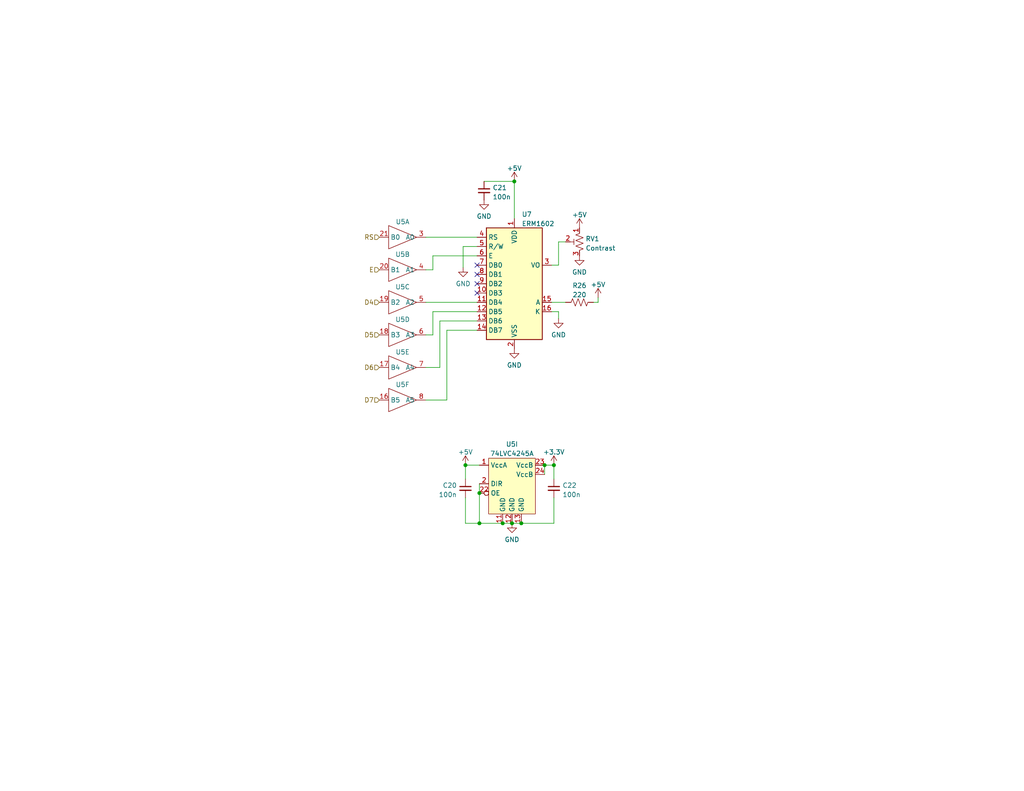
<source format=kicad_sch>
(kicad_sch (version 20211123) (generator eeschema)
  (paper "USLetter")
  (title_block (title "LCD") (rev "1") (comment 2 "July 2022") (comment 3 "Daniel Van Dalsem") (comment 4 "UCSB IEEE"))
  (lib_symbols
    (symbol "Custom_Symbols:74LVC4245A"
      (property "Reference" "U" (at 5.715 -9.525 0))
      (property "Value" "74LVC4245A" (at 0 8.255 0))
      (symbol "74LVC4245A_1_1"
        (polyline (pts (xy 0 3.175) (xy 0 -3.175) (xy 7.62 0) (xy 0 3.175)))
        (pin input line (at -2.54 0 0) (length 2.54) (name "B0") (number "21"))
        (pin output line (at 10.16 0 180) (length 2.54) (name "A0") (number "3"))
      )
      (symbol "74LVC4245A_2_1"
        (polyline (pts (xy 0 3.175) (xy 0 -3.175) (xy 7.62 0) (xy 0 3.175)))
        (pin input line (at -2.54 0 0) (length 2.54) (name "B1") (number "20"))
        (pin output line (at 10.16 0 180) (length 2.54) (name "A1") (number "4"))
      )
      (symbol "74LVC4245A_3_1"
        (polyline (pts (xy 0 3.175) (xy 0 -3.175) (xy 7.62 0) (xy 0 3.175)))
        (pin input line (at -2.54 0 0) (length 2.54) (name "B2") (number "19"))
        (pin output line (at 10.16 0 180) (length 2.54) (name "A2") (number "5"))
      )
      (symbol "74LVC4245A_4_1"
        (polyline (pts (xy 0 3.175) (xy 0 -3.175) (xy 7.62 0) (xy 0 3.175)))
        (pin input line (at -2.54 0 0) (length 2.54) (name "B3") (number "18"))
        (pin output line (at 10.16 0 180) (length 2.54) (name "A3") (number "6"))
      )
      (symbol "74LVC4245A_5_1"
        (polyline (pts (xy 0 3.175) (xy 0 -3.175) (xy 7.62 0) (xy 0 3.175)))
        (pin input line (at -2.54 0 0) (length 2.54) (name "B4") (number "17"))
        (pin output line (at 10.16 0 180) (length 2.54) (name "A4") (number "7"))
      )
      (symbol "74LVC4245A_6_1"
        (polyline (pts (xy 0 3.175) (xy 0 -3.175) (xy 7.62 0) (xy 0 3.175)))
        (pin input line (at -2.54 0 0) (length 2.54) (name "B5") (number "16"))
        (pin output line (at 10.16 0 180) (length 2.54) (name "A5") (number "8"))
      )
      (symbol "74LVC4245A_7_1"
        (polyline (pts (xy 0 3.175) (xy 0 -3.175) (xy 7.62 0) (xy 0 3.175)))
        (pin input line (at -2.54 0 0) (length 2.54) (name "B6") (number "15"))
        (pin output line (at 10.16 0 180) (length 2.54) (name "A6") (number "9"))
      )
      (symbol "74LVC4245A_8_1"
        (polyline (pts (xy 0 3.175) (xy 0 -3.175) (xy 7.62 0) (xy 0 3.175)))
        (pin output line (at 10.16 0 180) (length 2.54) (name "A7") (number "10"))
        (pin input line (at -2.54 0 0) (length 2.54) (name "B7") (number "14"))
      )
      (symbol "74LVC4245A_9_1"
        (rectangle (start -6.35 6.985) (end 6.35 -8.255) (fill (type background)))
        (pin power_in line (at -8.89 5.08 0) (length 2.54) (name "VccA") (number "1"))
        (pin power_in line (at -2.54 -10.795 90) (length 2.54) (name "GND") (number "11"))
        (pin power_in line (at 0 -10.795 90) (length 2.54) (name "GND") (number "12"))
        (pin power_in line (at 2.54 -10.795 90) (length 2.54) (name "GND") (number "13"))
        (pin input line (at -8.89 0 0) (length 2.54) (name "DIR") (number "2"))
        (pin input inverted (at -8.89 -2.54 0) (length 2.54) (name "OE") (number "22"))
        (pin power_in line (at 8.89 5.08 180) (length 2.54) (name "VccB") (number "23"))
        (pin power_in line (at 8.89 2.54 180) (length 2.54) (name "VccB") (number "24"))
      )
    )
    (symbol "Custom_Symbols:ERM1602"
      (property "Reference" "U" (at -6.35 16.51 0))
      (property "Value" "ERM1602" (at 2.794 16.51 0))
      (symbol "ERM1602_0_1"
        (rectangle (start -7.62 15.24) (end 7.62 -15.24) (stroke (width 0.254)) (fill (type background)))
      )
      (symbol "ERM1602_1_1"
        (pin power_in line (at 0 17.78 270) (length 2.54) (name "VDD") (number "1"))
        (pin bidirectional line (at -10.16 -2.54 0) (length 2.54) (name "DB3") (number "10"))
        (pin bidirectional line (at -10.16 -5.08 0) (length 2.54) (name "DB4") (number "11"))
        (pin bidirectional line (at -10.16 -7.62 0) (length 2.54) (name "DB5") (number "12"))
        (pin bidirectional line (at -10.16 -10.16 0) (length 2.54) (name "DB6") (number "13"))
        (pin bidirectional line (at -10.16 -12.7 0) (length 2.54) (name "DB7") (number "14"))
        (pin passive line (at 10.16 -5.08 180) (length 2.54) (name "A") (number "15"))
        (pin passive line (at 10.16 -7.62 180) (length 2.54) (name "K") (number "16"))
        (pin power_in line (at 0 -17.78 90) (length 2.54) (name "VSS") (number "2"))
        (pin input line (at 10.16 5.08 180) (length 2.54) (name "VO") (number "3"))
        (pin input line (at -10.16 12.7 0) (length 2.54) (name "RS") (number "4"))
        (pin input line (at -10.16 10.16 0) (length 2.54) (name "R/W") (number "5"))
        (pin input line (at -10.16 7.62 0) (length 2.54) (name "E") (number "6"))
        (pin bidirectional line (at -10.16 5.08 0) (length 2.54) (name "DB0") (number "7"))
        (pin bidirectional line (at -10.16 2.54 0) (length 2.54) (name "DB1") (number "8"))
        (pin bidirectional line (at -10.16 0 0) (length 2.54) (name "DB2") (number "9"))
      )
    )
    (symbol "Device:C_Small" (pin_numbers hide) (pin_names (offset 0.254) hide)
      (property "Reference" "C" (at 0.254 1.778 0))
      (property "Value" "C_Small" (at 0.254 -2.032 0))
      (symbol "C_Small_0_1"
        (polyline (pts (xy -1.524 -0.508) (xy 1.524 -0.508)) (stroke (width 0.3302)))
        (polyline (pts (xy -1.524 0.508) (xy 1.524 0.508)) (stroke (width 0.3048)))
      )
      (symbol "C_Small_1_1"
        (pin passive line (at 0 2.54 270) (length 2.032) (name "~") (number "1"))
        (pin passive line (at 0 -2.54 90) (length 2.032) (name "~") (number "2"))
      )
    )
    (symbol "Device:R_Potentiometer_Trim_US" (pin_names (offset 1.016) hide)
      (property "Reference" "RV" (at -4.445 0 90))
      (property "Value" "R_Potentiometer_Trim_US" (at -2.54 0 90))
      (symbol "R_Potentiometer_Trim_US_0_1"
        (polyline (pts (xy 0 -2.286) (xy 0 -2.54)))
        (polyline (pts (xy 0 2.286) (xy 0 2.54)))
        (polyline (pts (xy 1.524 0.762) (xy 1.524 -0.762)))
        (polyline (pts (xy 2.54 0) (xy 1.524 0)))
        (polyline (pts (xy 0 -0.762) (xy 1.016 -1.143) (xy 0 -1.524) (xy -1.016 -1.905) (xy 0 -2.286)))
        (polyline (pts (xy 0 0.762) (xy 1.016 0.381) (xy 0 0) (xy -1.016 -0.381) (xy 0 -0.762)))
        (polyline (pts (xy 0 2.286) (xy 1.016 1.905) (xy 0 1.524) (xy -1.016 1.143) (xy 0 0.762)))
      )
      (symbol "R_Potentiometer_Trim_US_1_1"
        (pin passive line (at 0 3.81 270) (length 1.27) (name "1") (number "1"))
        (pin passive line (at 3.81 0 180) (length 1.27) (name "2") (number "2"))
        (pin passive line (at 0 -3.81 90) (length 1.27) (name "3") (number "3"))
      )
    )
    (symbol "Device:R_US" (pin_numbers hide) (pin_names (offset 0))
      (property "Reference" "R" (at 2.54 0 90))
      (property "Value" "R_US" (at -2.54 0 90))
      (symbol "R_US_0_1"
        (polyline (pts (xy 0 -2.286) (xy 0 -2.54)))
        (polyline (pts (xy 0 2.286) (xy 0 2.54)))
        (polyline (pts (xy 0 -0.762) (xy 1.016 -1.143) (xy 0 -1.524) (xy -1.016 -1.905) (xy 0 -2.286)))
        (polyline (pts (xy 0 0.762) (xy 1.016 0.381) (xy 0 0) (xy -1.016 -0.381) (xy 0 -0.762)))
        (polyline (pts (xy 0 2.286) (xy 1.016 1.905) (xy 0 1.524) (xy -1.016 1.143) (xy 0 0.762)))
      )
      (symbol "R_US_1_1"
        (pin passive line (at 0 3.81 270) (length 1.27) (name "~") (number "1"))
        (pin passive line (at 0 -3.81 90) (length 1.27) (name "~") (number "2"))
      )
    )
    (symbol "power:+3.3V" (power) (pin_names (offset 0))
      (property "Value" "+3.3V" (at 0 3.556 0))
      (symbol "+3.3V_0_1"
        (polyline (pts (xy -0.762 1.27) (xy 0 2.54)))
        (polyline (pts (xy 0 0) (xy 0 2.54)))
        (polyline (pts (xy 0 2.54) (xy 0.762 1.27)))
      )
      (symbol "+3.3V_1_1"
        (pin power_in line (at 0 0 90) (length 0) hide (name "+3.3V") (number "1"))
      )
    )
    (symbol "power:+5V" (power) (pin_names (offset 0))
      (property "Value" "+5V" (at 0 3.556 0))
      (symbol "+5V_0_1"
        (polyline (pts (xy -0.762 1.27) (xy 0 2.54)))
        (polyline (pts (xy 0 0) (xy 0 2.54)))
        (polyline (pts (xy 0 2.54) (xy 0.762 1.27)))
      )
      (symbol "+5V_1_1"
        (pin power_in line (at 0 0 90) (length 0) hide (name "+5V") (number "1"))
      )
    )
    (symbol "power:GND" (power) (pin_names (offset 0))
      (property "Value" "GND" (at 0 -3.81 0))
      (symbol "GND_0_1"
        (polyline (pts (xy 0 0) (xy 0 -1.27) (xy 1.27 -1.27) (xy 0 -2.54) (xy -1.27 -1.27) (xy 0 -1.27)))
      )
      (symbol "GND_1_1"
        (pin power_in line (at 0 0 270) (length 0) hide (name "GND") (number "1"))
      )
    )
  )
  (junction (at 148.59 127))
  (junction (at 130.81 134.62))
  (junction (at 142.24 142.875))
  (junction (at 139.7 142.875))
  (junction (at 130.81 142.875))
  (junction (at 127 127))
  (junction (at 140.335 49.53))
  (junction (at 137.16 142.875))
  (junction (at 151.13 127))
  (no_connect (at 130.175 80.01))
  (no_connect (at 130.175 74.93))
  (no_connect (at 130.175 77.47))
  (no_connect (at 130.175 72.39))
  (wire (pts (xy 118.11 85.09) (xy 118.11 91.44)))
  (wire (pts (xy 120.015 87.63) (xy 120.015 100.33)))
  (wire (pts (xy 130.175 90.17) (xy 121.92 90.17)))
  (wire (pts (xy 130.175 69.85) (xy 118.11 69.85)))
  (wire (pts (xy 140.335 49.53) (xy 140.335 59.69)))
  (wire (pts (xy 151.13 130.81) (xy 151.13 127)))
  (wire (pts (xy 148.59 127) (xy 151.13 127)))
  (wire (pts (xy 163.195 82.55) (xy 163.195 81.28)))
  (wire (pts (xy 127 142.875) (xy 130.81 142.875)))
  (wire (pts (xy 116.205 82.55) (xy 130.175 82.55)))
  (wire (pts (xy 126.365 67.31) (xy 130.175 67.31)))
  (wire (pts (xy 116.205 64.77) (xy 130.175 64.77)))
  (wire (pts (xy 120.015 100.33) (xy 116.205 100.33)))
  (wire (pts (xy 152.4 85.09) (xy 152.4 86.995)))
  (wire (pts (xy 130.81 132.08) (xy 130.81 134.62)))
  (wire (pts (xy 118.11 69.85) (xy 118.11 73.66)))
  (wire (pts (xy 130.175 85.09) (xy 118.11 85.09)))
  (wire (pts (xy 127 127) (xy 130.81 127)))
  (wire (pts (xy 161.925 82.55) (xy 163.195 82.55)))
  (wire (pts (xy 127 130.81) (xy 127 127)))
  (wire (pts (xy 152.4 66.04) (xy 152.4 72.39)))
  (wire (pts (xy 130.81 142.875) (xy 137.16 142.875)))
  (wire (pts (xy 121.92 109.22) (xy 116.205 109.22)))
  (wire (pts (xy 150.495 82.55) (xy 154.305 82.55)))
  (wire (pts (xy 152.4 72.39) (xy 150.495 72.39)))
  (wire (pts (xy 137.16 142.875) (xy 139.7 142.875)))
  (wire (pts (xy 154.305 66.04) (xy 152.4 66.04)))
  (wire (pts (xy 151.13 135.89) (xy 151.13 142.875)))
  (wire (pts (xy 151.13 142.875) (xy 142.24 142.875)))
  (wire (pts (xy 130.81 134.62) (xy 130.81 142.875)))
  (wire (pts (xy 150.495 85.09) (xy 152.4 85.09)))
  (wire (pts (xy 121.92 90.17) (xy 121.92 109.22)))
  (wire (pts (xy 127 135.89) (xy 127 142.875)))
  (wire (pts (xy 148.59 127) (xy 148.59 129.54)))
  (wire (pts (xy 139.7 142.875) (xy 142.24 142.875)))
  (wire (pts (xy 132.08 49.53) (xy 140.335 49.53)))
  (wire (pts (xy 126.365 73.025) (xy 126.365 67.31)))
  (wire (pts (xy 118.11 73.66) (xy 116.205 73.66)))
  (wire (pts (xy 118.11 91.44) (xy 116.205 91.44)))
  (wire (pts (xy 130.175 87.63) (xy 120.015 87.63)))
  (hierarchical_label "D6" (shape input) (at 103.505 100.33 180))
  (hierarchical_label "D7" (shape input) (at 103.505 109.22 180))
  (hierarchical_label "D4" (shape input) (at 103.505 82.55 180))
  (hierarchical_label "RS" (shape input) (at 103.505 64.77 180))
  (hierarchical_label "E" (shape input) (at 103.505 73.66 180))
  (hierarchical_label "D5" (shape input) (at 103.505 91.44 180))
  (symbol (lib_id "power:GND") (at 139.7 142.875 0) (unit 1)
    (property "Reference" "#PWR049" (effects hide))
    (property "Value" "GND" (at 139.7 147.3184 0))
  )
  (symbol (lib_id "Custom_Symbols:74LVC4245A") (at 106.045 82.55 0) (unit 3)
    (property "Reference" "U5" (at 109.855 78.3392 0))
    (property "Value" "74LVC4245A" (effects hide))
    (property "Footprint" "Package_SO:TSSOP-24_4.4x7.8mm_P0.65mm" (effects hide))
    (property "Datasheet" "https://assets.nexperia.com/documents/data-sheet/74LVC4245A.pdf" (effects hide))
  )
  (symbol (lib_id "power:GND") (at 132.08 54.61 0) (unit 1)
    (property "Reference" "#PWR048" (effects hide))
    (property "Value" "GND" (at 132.08 59.0534 0))
  )
  (symbol (lib_id "Device:C_Small") (at 151.13 133.35 0) (mirror y) (unit 1)
    (property "Reference" "C22" (at 153.4541 132.5216 0) (effects (justify right)))
    (property "Value" "100n" (at 153.4541 135.0585 0) (effects (justify right)))
    (property "Footprint" "Capacitor_SMD:C_0603_1608Metric_Pad1.08x0.95mm_HandSolder" (effects hide))
  )
  (symbol (lib_id "Custom_Symbols:74LVC4245A") (at 106.045 109.22 0) (unit 6)
    (property "Reference" "U5" (at 109.855 105.0092 0))
    (property "Value" "74LVC4245A" (effects hide))
    (property "Footprint" "Package_SO:TSSOP-24_4.4x7.8mm_P0.65mm" (effects hide))
    (property "Datasheet" "https://assets.nexperia.com/documents/data-sheet/74LVC4245A.pdf" (effects hide))
  )
  (symbol (lib_id "power:GND") (at 126.365 73.025 0) (unit 1)
    (property "Reference" "#PWR046" (effects hide))
    (property "Value" "GND" (at 126.365 77.4684 0))
  )
  (symbol (lib_id "power:GND") (at 158.115 69.85 0) (unit 1)
    (property "Reference" "#PWR055" (effects hide))
    (property "Value" "GND" (at 158.115 74.2934 0))
  )
  (symbol (lib_id "power:GND") (at 152.4 86.995 0) (unit 1)
    (property "Reference" "#PWR053" (effects hide))
    (property "Value" "GND" (at 152.4 91.4384 0))
  )
  (symbol (lib_id "power:+5V") (at 140.335 49.53 0) (unit 1)
    (property "Reference" "#PWR050" (effects hide))
    (property "Value" "+5V" (at 140.335 45.9542 0))
  )
  (symbol (lib_id "power:GND") (at 140.335 95.25 0) (unit 1)
    (property "Reference" "#PWR051" (effects hide))
    (property "Value" "GND" (at 140.335 99.6934 0))
  )
  (symbol (lib_id "Custom_Symbols:ERM1602") (at 140.335 77.47 0) (unit 1)
    (property "Reference" "U7" (at 142.3544 58.5302 0) (effects (justify left)))
    (property "Value" "ERM1602" (at 142.3544 61.0671 0) (effects (justify left)))
    (property "Footprint" "Custom_Footprints:ERM1602" (effects hide))
    (property "Datasheet" "https://www.buydisplay.com/download/manual/ERM1602-2.1_Series_Datasheet.pdf" (effects hide))
  )
  (symbol (lib_id "power:+3.3V") (at 151.13 127 0) (unit 1)
    (property "Reference" "#PWR052" (effects hide))
    (property "Value" "+3.3V" (at 151.13 123.4242 0))
  )
  (symbol (lib_id "Custom_Symbols:74LVC4245A") (at 106.045 64.77 0) (unit 1)
    (property "Reference" "U5" (at 109.855 60.5592 0))
    (property "Value" "74LVC4245A" (effects hide))
    (property "Footprint" "Package_SO:TSSOP-24_4.4x7.8mm_P0.65mm" (effects hide))
    (property "Datasheet" "https://assets.nexperia.com/documents/data-sheet/74LVC4245A.pdf" (effects hide))
  )
  (symbol (lib_id "Device:R_Potentiometer_Trim_US") (at 158.115 66.04 0) (mirror y) (unit 1)
    (property "Reference" "RV1" (at 159.766 65.2053 0) (effects (justify right)))
    (property "Value" "Contrast" (at 159.766 67.7422 0) (effects (justify right)))
    (property "Footprint" "Potentiometer_SMD:Potentiometer_Bourns_TC33X_Vertical" (effects hide))
  )
  (symbol (lib_id "power:+5V") (at 163.195 81.28 0) (unit 1)
    (property "Reference" "#PWR056" (effects hide))
    (property "Value" "+5V" (at 163.195 77.7042 0))
  )
  (symbol (lib_id "Device:C_Small") (at 132.08 52.07 0) (unit 1)
    (property "Reference" "C21" (at 134.4041 51.2416 0) (effects (justify left)))
    (property "Value" "100n" (at 134.4041 53.7785 0) (effects (justify left)))
    (property "Footprint" "Capacitor_SMD:C_0603_1608Metric_Pad1.08x0.95mm_HandSolder" (effects hide))
  )
  (symbol (lib_id "Device:C_Small") (at 127 133.35 0) (unit 1)
    (property "Reference" "C20" (at 124.6759 132.5216 0) (effects (justify right)))
    (property "Value" "100n" (at 124.6759 135.0585 0) (effects (justify right)))
    (property "Footprint" "Capacitor_SMD:C_0603_1608Metric_Pad1.08x0.95mm_HandSolder" (effects hide))
  )
  (symbol (lib_id "power:+5V") (at 158.115 62.23 0) (unit 1)
    (property "Reference" "#PWR054" (effects hide))
    (property "Value" "+5V" (at 158.115 58.6542 0))
  )
  (symbol (lib_id "Custom_Symbols:74LVC4245A") (at 106.045 73.66 0) (unit 2)
    (property "Reference" "U5" (at 109.855 69.4492 0))
    (property "Value" "74LVC4245A" (effects hide))
    (property "Footprint" "Package_SO:TSSOP-24_4.4x7.8mm_P0.65mm" (effects hide))
    (property "Datasheet" "https://assets.nexperia.com/documents/data-sheet/74LVC4245A.pdf" (effects hide))
  )
  (symbol (lib_id "power:+5V") (at 127 127 0) (unit 1)
    (property "Reference" "#PWR047" (effects hide))
    (property "Value" "+5V" (at 127 123.4242 0))
  )
  (symbol (lib_id "Custom_Symbols:74LVC4245A") (at 139.7 132.08 0) (unit 9)
    (property "Reference" "U5" (at 139.7 121.285 0))
    (property "Value" "74LVC4245A" (at 139.7 123.825 0))
    (property "Footprint" "Package_SO:TSSOP-24_4.4x7.8mm_P0.65mm" (effects hide))
    (property "Datasheet" "https://assets.nexperia.com/documents/data-sheet/74LVC4245A.pdf" (effects hide))
  )
  (symbol (lib_id "Custom_Symbols:74LVC4245A") (at 106.045 100.33 0) (unit 5)
    (property "Reference" "U5" (at 109.855 96.1192 0))
    (property "Value" "74LVC4245A" (effects hide))
    (property "Footprint" "Package_SO:TSSOP-24_4.4x7.8mm_P0.65mm" (effects hide))
    (property "Datasheet" "https://assets.nexperia.com/documents/data-sheet/74LVC4245A.pdf" (effects hide))
  )
  (symbol (lib_id "Device:R_US") (at 158.115 82.55 90) (unit 1)
    (property "Reference" "R26" (at 158.115 77.9612 90))
    (property "Value" "220" (at 158.115 80.4981 90))
    (property "Footprint" "Resistor_SMD:R_0603_1608Metric_Pad0.98x0.95mm_HandSolder" (effects hide))
  )
  (symbol (lib_id "Custom_Symbols:74LVC4245A") (at 106.045 91.44 0) (unit 4)
    (property "Reference" "U5" (at 109.855 87.2292 0))
    (property "Value" "74LVC4245A" (effects hide))
    (property "Footprint" "Package_SO:TSSOP-24_4.4x7.8mm_P0.65mm" (effects hide))
    (property "Datasheet" "https://assets.nexperia.com/documents/data-sheet/74LVC4245A.pdf" (effects hide))
  )
)
</source>
